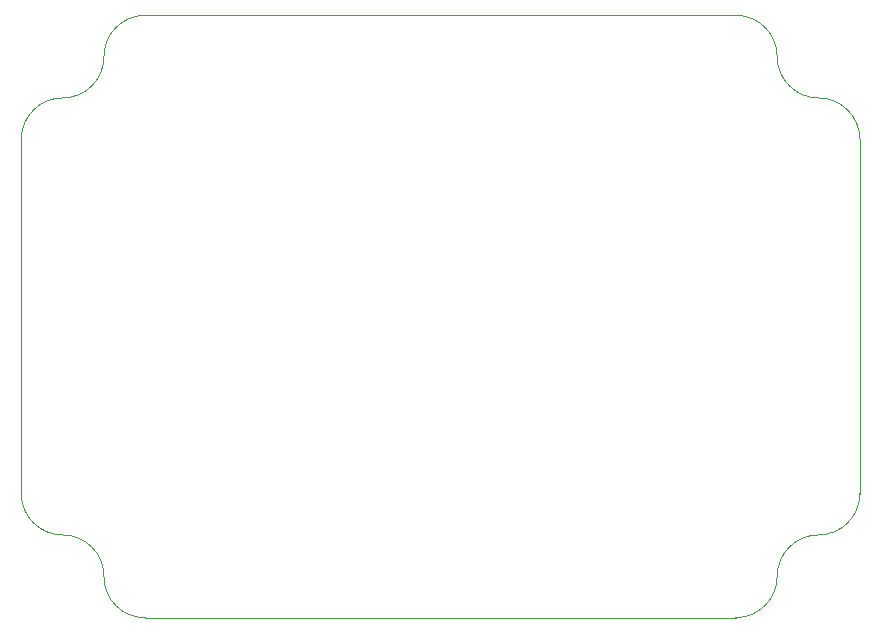
<source format=gm1>
G04 #@! TF.GenerationSoftware,KiCad,Pcbnew,8.0.4*
G04 #@! TF.CreationDate,2024-08-24T09:35:19+02:00*
G04 #@! TF.ProjectId,letitrain,6c657469-7472-4616-996e-2e6b69636164,rev?*
G04 #@! TF.SameCoordinates,Original*
G04 #@! TF.FileFunction,Profile,NP*
%FSLAX46Y46*%
G04 Gerber Fmt 4.6, Leading zero omitted, Abs format (unit mm)*
G04 Created by KiCad (PCBNEW 8.0.4) date 2024-08-24 09:35:19*
%MOMM*%
%LPD*%
G01*
G04 APERTURE LIST*
G04 #@! TA.AperFunction,Profile*
%ADD10C,0.050000*%
G04 #@! TD*
G04 APERTURE END LIST*
D10*
X35000000Y-75500000D02*
G75*
G02*
X31500000Y-72000000I0J3500000D01*
G01*
X38500000Y-35000000D02*
G75*
G02*
X42000000Y-31500000I3500000J0D01*
G01*
X99000000Y-38500000D02*
G75*
G02*
X95500000Y-35000000I0J3500000D01*
G01*
X102500000Y-72000000D02*
G75*
G02*
X99000000Y-75500000I-3500000J0D01*
G01*
X95500000Y-79000000D02*
G75*
G02*
X92000000Y-82500000I-3500000J0D01*
G01*
X35000000Y-75500000D02*
G75*
G02*
X38500000Y-79000000I0J-3500000D01*
G01*
X31500000Y-72000000D02*
X31500000Y-42000000D01*
X102500000Y-42000000D02*
X102500000Y-72000000D01*
X92000000Y-82500000D02*
X42000000Y-82500000D01*
X95500000Y-79000000D02*
G75*
G02*
X99000000Y-75500000I3500000J0D01*
G01*
X92000000Y-31500000D02*
G75*
G02*
X95500000Y-35000000I0J-3500000D01*
G01*
X42000000Y-31500000D02*
X92000000Y-31500000D01*
X38500000Y-35000000D02*
G75*
G02*
X35000000Y-38500000I-3500000J0D01*
G01*
X42000000Y-82500000D02*
G75*
G02*
X38500000Y-79000000I-49800J3450200D01*
G01*
X99000000Y-38500000D02*
G75*
G02*
X102500000Y-42000000I0J-3500000D01*
G01*
X31500000Y-42000000D02*
G75*
G02*
X35000000Y-38500000I3500000J0D01*
G01*
M02*

</source>
